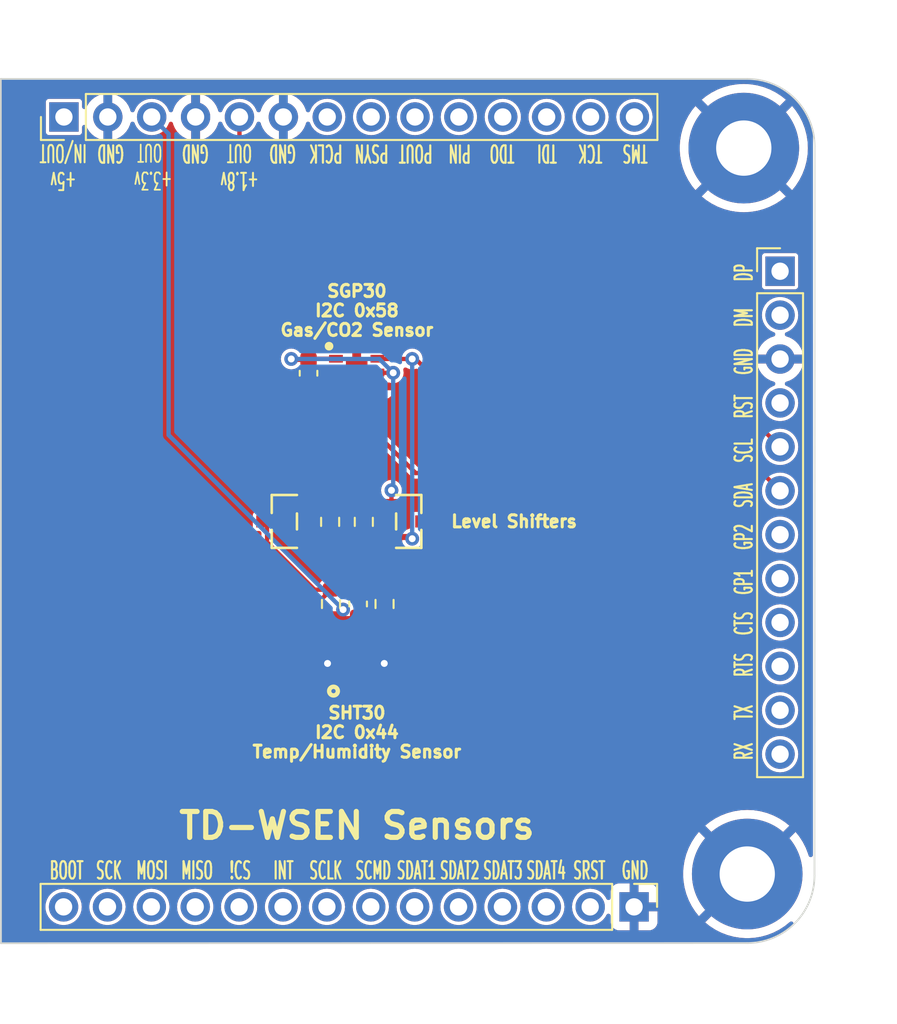
<source format=kicad_pcb>
(kicad_pcb (version 20240108) (generator "pcbnew") (generator_version "8.0")
  (title_block (title "TD-WRLS Sensor hAT") (date "2024-09-02") (rev "1.0") (company "Teledatics Incorporated") (comment 1 "James Ewing"))
  (layers (0 "F.Cu" signal) (31 "B.Cu" signal) (34 "B.Paste" user) (35 "F.Paste" user) (36 "B.SilkS" user "B.Silkscreen") (37 "F.SilkS" user "F.Silkscreen") (38 "B.Mask" user) (39 "F.Mask" user) (44 "Edge.Cuts" user))
  (net 0 "")
  (net 1 "SDIO_DAT0_1v8")
  (net 2 "SPI_MISO")
  (net 3 "MODE")
  (net 4 "SPI_IRQ")
  (net 5 "SPI_MOSI")
  (net 6 "SPI_SCK")
  (net 7 "SDIO_DAT2_1v8")
  (net 8 "SPI_!CS")
  (net 9 "SDIO_CLK_1v8")
  (net 10 "SDIO_CMD_1v8")
  (net 11 "SDIO_DAT1_1v8")
  (net 12 "SDIO_DAT3_1v8")
  (net 13 "SDIO_RESET_1v8")
  (net 14 "~{RESET}")
  (net 15 "JTAG_TCK")
  (net 16 "JTAG_TDI")
  (net 17 "JTAG_TDO")
  (net 18 "JTAG_TMS")
  (net 19 "USB_D-")
  (net 20 "UART_CTS")
  (net 21 "UART_RTS")
  (net 22 "UART_TX")
  (net 23 "I2C_SDA")
  (net 24 "GPIO2")
  (net 25 "GPIO1")
  (net 26 "UART_RX")
  (net 27 "USB_D+")
  (net 28 "I2C_SCL")
  (net 29 "+1V8")
  (net 30 "PCM_CLK_1v8")
  (net 31 "PCM_OUT_1v8")
  (net 32 "PCM_IN_1v8")
  (net 33 "PCM_SYNC_1v8")
  (net 34 "GND")
  (net 35 "+5V")
  (net 36 "+3V3")
  (net 37 "I2C_SDA_3v3")
  (net 38 "I2C_SCL_3v3")
  (footprint "easyeda2kicad:SOT-23-3_L2.9-W1.3-P1.90-LS2.4-BR" (layer "F.Cu") (at 214.257716 103.15 180)
    (property "Reference" "Q2")
    (property "Value" "BSS138_C400505")
    (fp_line (start 0.73 1.53) (end -0.73 1.53) (stroke (width 0.15)) (layer "F.SilkS"))
    (fp_line (start 0.73 -0.46) (end 0.73 0.46) (stroke (width 0.15)) (layer "F.SilkS"))
    (fp_line (start 0.73 -1.53) (end -0.73 -1.53) (stroke (width 0.15)) (layer "F.SilkS"))
    (fp_line (start -0.73 1.53) (end -0.73 0.49) (stroke (width 0.15)) (layer "F.SilkS"))
    (fp_line (start -0.73 -1.53) (end -0.73 -0.49) (stroke (width 0.15)) (layer "F.SilkS"))
    (pad "1" smd rect (at 1 0.95 180) (size 1.25 0.7) (layers "F.Cu" "F.Paste" "F.Mask") (net 29 "+1V8"))
    (pad "2" smd rect (at 1 -0.95 180) (size 1.25 0.7) (layers "F.Cu" "F.Paste" "F.Mask") (net 28 "I2C_SCL"))
    (pad "3" smd rect (at -1 0 180) (size 1.25 0.7) (layers "F.Cu" "F.Paste" "F.Mask") (net 38 "I2C_SCL_3v3"))
  )
  (footprint "Sensor:SON50P250X250X100-9N-D" (layer "F.Cu") (at 211.302716 111.366 90)
    (property "Reference" "U1")
    (property "Value" "SHT30-DIS" (hide yes))
    (fp_circle (center -1.6 -1.4) (end -1.475 -1.4) (stroke (width 0.254)) (fill none) (layer "F.SilkS"))
    (pad "1" smd rect (at -1.2 -0.75 180) (size 0.3 0.8) (layers "F.Cu" "F.Paste" "F.Mask") (net 37 "I2C_SDA_3v3"))
    (pad "2" smd rect (at -1.2 -0.25 180) (size 0.3 0.8) (layers "F.Cu" "F.Paste" "F.Mask") (net 34 "GND"))
    (pad "3" smd rect (at -1.2 0.25 180) (size 0.3 0.8) (layers "F.Cu" "F.Paste" "F.Mask"))
    (pad "4" smd rect (at -1.2 0.75 180) (size 0.3 0.8) (layers "F.Cu" "F.Paste" "F.Mask") (net 38 "I2C_SCL_3v3"))
    (pad "5" smd rect (at 1.2 0.75 180) (size 0.3 0.8) (layers "F.Cu" "F.Paste" "F.Mask") (net 36 "+3V3"))
    (pad "6" smd rect (at 1.2 0.25 180) (size 0.3 0.8) (layers "F.Cu" "F.Paste" "F.Mask"))
    (pad "7" smd rect (at 1.2 -0.25 180) (size 0.3 0.8) (layers "F.Cu" "F.Paste" "F.Mask") (net 34 "GND"))
    (pad "8" smd rect (at 1.2 -0.75 180) (size 0.3 0.8) (layers "F.Cu" "F.Paste" "F.Mask") (net 34 "GND"))
    (pad "9" smd rect (at 0 0 90) (size 1.2 1.9) (layers "F.Cu" "F.Paste" "F.Mask") (net 34 "GND"))
  )
  (footprint "Capacitor_SMD:C_0603_1608Metric" (layer "F.Cu") (at 211.327716 107.925 -90)
    (property "Reference" "C2")
    (property "Value" "100nF")
    (fp_line (start -0.14058 0.51) (end 0.14058 0.51) (stroke (width 0.12)) (layer "F.SilkS"))
    (fp_line (start -0.14058 -0.51) (end 0.14058 -0.51) (stroke (width 0.12)) (layer "F.SilkS"))
    (pad "1" smd roundrect (at -0.775 0 270) (size 0.9 0.95) (layers "F.Cu" "F.Paste" "F.Mask") (net 34 "GND"))
    (pad "2" smd roundrect (at 0.775 0 270) (size 0.9 0.95) (layers "F.Cu" "F.Paste" "F.Mask") (net 36 "+3V3"))
  )
  (footprint "easyeda2kicad:SOT-23-3_L2.9-W1.3-P1.90-LS2.4-BR" (layer "F.Cu") (at 207.057716 103.15)
    (property "Reference" "Q1")
    (property "Value" "BSS138_C400505")
    (fp_line (start -0.73 -1.53) (end -0.73 -0.49) (stroke (width 0.15)) (layer "F.SilkS"))
    (fp_line (start -0.73 1.53) (end -0.73 0.49) (stroke (width 0.15)) (layer "F.SilkS"))
    (fp_line (start 0.73 -1.53) (end -0.73 -1.53) (stroke (width 0.15)) (layer "F.SilkS"))
    (fp_line (start 0.73 -0.46) (end 0.73 0.46) (stroke (width 0.15)) (layer "F.SilkS"))
    (fp_line (start 0.73 1.53) (end -0.73 1.53) (stroke (width 0.15)) (layer "F.SilkS"))
    (pad "1" smd rect (at 1 0.95) (size 1.25 0.7) (layers "F.Cu" "F.Paste" "F.Mask") (net 29 "+1V8"))
    (pad "2" smd rect (at 1 -0.95) (size 1.25 0.7) (layers "F.Cu" "F.Paste" "F.Mask") (net 23 "I2C_SDA"))
    (pad "3" smd rect (at -1 0) (size 1.25 0.7) (layers "F.Cu" "F.Paste" "F.Mask") (net 37 "I2C_SDA_3v3"))
  )
  (footprint "Resistor_SMD:R_0603_1608Metric" (layer "F.Cu") (at 211.657716 103.175 90)
    (property "Reference" "R4")
    (property "Value" "10K")
    (fp_line (start -0.237258 -0.5225) (end 0.237258 -0.5225) (stroke (width 0.12)) (layer "F.SilkS"))
    (fp_line (start -0.237258 0.5225) (end 0.237258 0.5225) (stroke (width 0.12)) (layer "F.SilkS"))
    (pad "1" smd roundrect (at -0.825 0 90) (size 0.8 0.95) (layers "F.Cu" "F.Paste" "F.Mask") (net 28 "I2C_SCL"))
    (pad "2" smd roundrect (at 0.825 0 90) (size 0.8 0.95) (layers "F.Cu" "F.Paste" "F.Mask") (net 29 "+1V8"))
  )
  (footprint "Capacitor_SMD:C_0603_1608Metric" (layer "F.Cu") (at 208.457716 94.575 90)
    (property "Reference" "C1")
    (property "Value" "100nF")
    (fp_line (start -0.14058 -0.51) (end 0.14058 -0.51) (stroke (width 0.12)) (layer "F.SilkS"))
    (fp_line (start -0.14058 0.51) (end 0.14058 0.51) (stroke (width 0.12)) (layer "F.SilkS"))
    (pad "1" smd roundrect (at -0.775 0 90) (size 0.9 0.95) (layers "F.Cu" "F.Paste" "F.Mask") (net 34 "GND"))
    (pad "2" smd roundrect (at 0.775 0 90) (size 0.9 0.95) (layers "F.Cu" "F.Paste" "F.Mask") (net 29 "+1V8"))
  )
  (footprint "Connector_PinHeader_2.54mm:PinHeader_1x14_P2.54mm_Vertical" (layer "F.Cu") (at 194.3 79.75 90)
    (property "Reference" "J3")
    (property "Value" "Conn_01x14_Male")
    (fp_line (start -1.33 -1.33) (end 0 -1.33) (stroke (width 0.12)) (layer "F.SilkS"))
    (fp_line (start -1.33 0) (end -1.33 -1.33) (stroke (width 0.12)) (layer "F.SilkS"))
    (fp_line (start 1.33 1.27) (end 1.33 34.35) (stroke (width 0.12)) (layer "F.SilkS"))
    (fp_line (start -1.33 1.27) (end 1.33 1.27) (stroke (width 0.12)) (layer "F.SilkS"))
    (fp_line (start -1.33 1.27) (end -1.33 34.35) (stroke (width 0.12)) (layer "F.SilkS"))
    (fp_line (start -1.33 34.35) (end 1.33 34.35) (stroke (width 0.12)) (layer "F.SilkS"))
    (pad "1" thru_hole rect (at 0 0 90) (size 1.7 1.7) (drill 1) (layers "*.Cu" "*.Mask") (net 35 "+5V"))
    (pad "2" thru_hole oval (at 0 2.54 90) (size 1.7 1.7) (drill 1) (layers "*.Cu" "*.Mask") (net 34 "GND"))
    (pad "3" thru_hole oval (at 0 5.08 90) (size 1.7 1.7) (drill 1) (layers "*.Cu" "*.Mask") (net 36 "+3V3"))
    (pad "4" thru_hole oval (at 0 7.62 90) (size 1.7 1.7) (drill 1) (layers "*.Cu" "*.Mask") (net 34 "GND"))
    (pad "5" thru_hole oval (at 0 10.16 90) (size 1.7 1.7) (drill 1) (layers "*.Cu" "*.Mask") (net 29 "+1V8"))
    (pad "6" thru_hole oval (at 0 12.7 90) (size 1.7 1.7) (drill 1) (layers "*.Cu" "*.Mask") (net 34 "GND"))
    (pad "7" thru_hole oval (at 0 15.24 90) (size 1.7 1.7) (drill 1) (layers "*.Cu" "*.Mask") (net 30 "PCM_CLK_1v8"))
    (pad "8" thru_hole oval (at 0 17.78 90) (size 1.7 1.7) (drill 1) (layers "*.Cu" "*.Mask") (net 33 "PCM_SYNC_1v8"))
    (pad "9" thru_hole oval (at 0 20.32 90) (size 1.7 1.7) (drill 1) (layers "*.Cu" "*.Mask") (net 31 "PCM_OUT_1v8"))
    (pad "10" thru_hole oval (at 0 22.86 90) (size 1.7 1.7) (drill 1) (layers "*.Cu" "*.Mask") (net 32 "PCM_IN_1v8"))
    (pad "11" thru_hole oval (at 0 25.4 90) (size 1.7 1.7) (drill 1) (layers "*.Cu" "*.Mask") (net 17 "JTAG_TDO"))
    (pad "12" thru_hole oval (at 0 27.94 90) (size 1.7 1.7) (drill 1) (layers "*.Cu" "*.Mask") (net 16 "JTAG_TDI"))
    (pad "13" thru_hole oval (at 0 30.48 90) (size 1.7 1.7) (drill 1) (layers "*.Cu" "*.Mask") (net 15 "JTAG_TCK"))
    (pad "14" thru_hole oval (at 0 33.02 90) (size 1.7 1.7) (drill 1) (layers "*.Cu" "*.Mask") (net 18 "JTAG_TMS"))
  )
  (footprint "Sensor:SON80P245X245X90-7N" (layer "F.Cu") (at 211.244716 94.536)
    (property "Reference" "IC1")
    (property "Value" "SGP30-2.5k" (hide yes))
    (fp_circle (center -1.6 -1.525) (end -1.6 -1.4) (stroke (width 0.25)) (fill none) (layer "F.SilkS"))
    (pad "1" smd rect (at -1.2 -0.8 90) (size 0.45 0.8) (layers "F.Cu" "F.Paste" "F.Mask") (net 29 "+1V8"))
    (pad "2" smd rect (at -1.2 0 90) (size 0.45 0.8) (layers "F.Cu" "F.Paste" "F.Mask") (net 34 "GND"))
    (pad "3" smd rect (at -1.2 0.8 90) (size 0.45 0.8) (layers "F.Cu" "F.Paste" "F.Mask") (net 23 "I2C_SDA"))
    (pad "4" smd rect (at 1.2 0.8 90) (size 0.45 0.8) (layers "F.Cu" "F.Paste" "F.Mask") (net 34 "GND"))
    (pad "5" smd rect (at 1.2 0 90) (size 0.45 0.8) (layers "F.Cu" "F.Paste" "F.Mask") (net 29 "+1V8"))
    (pad "6" smd rect (at 1.2 -0.8 90) (size 0.45 0.8) (layers "F.Cu" "F.Paste" "F.Mask") (net 28 "I2C_SCL"))
    (pad "7" smd rect (at 0 0) (size 1.25 1.7) (layers "F.Cu" "F.Paste" "F.Mask") (net 34 "GND"))
  )
  (footprint "MountingHole:MountingHole_3.2mm_M3_Pad" (layer "F.Cu") (at 233.85 123.55)
    (property "Reference" "H2")
    (property "Value" "MountingHole")
    (pad "1" thru_hole circle (at 0 0) (size 6.4 6.4) (drill 3.2) (layers "*.Cu" "*.Mask") (net 34 "GND"))
  )
  (footprint "MountingHole:MountingHole_3.2mm_M3_Pad" (layer "F.Cu") (at 233.65 81.55)
    (property "Reference" "H1")
    (property "Value" "MountingHole")
    (pad "1" thru_hole circle (at 0 0) (size 6.4 6.4) (drill 3.2) (layers "*.Cu" "*.Mask") (net 34 "GND"))
  )
  (footprint "Resistor_SMD:R_0603_1608Metric" (layer "F.Cu") (at 212.857716 107.925 90)
    (property "Reference" "R1")
    (property "Value" "10K")
    (fp_line (start -0.237258 -0.5225) (end 0.237258 -0.5225) (stroke (width 0.12)) (layer "F.SilkS"))
    (fp_line (start -0.237258 0.5225) (end 0.237258 0.5225) (stroke (width 0.12)) (layer "F.SilkS"))
    (pad "1" smd roundrect (at -0.825 0 90) (size 0.8 0.95) (layers "F.Cu" "F.Paste" "F.Mask") (net 36 "+3V3"))
    (pad "2" smd roundrect (at 0.825 0 90) (size 0.8 0.95) (layers "F.Cu" "F.Paste" "F.Mask") (net 38 "I2C_SCL_3v3"))
  )
  (footprint "Connector_PinHeader_2.54mm:PinHeader_1x12_P2.54mm_Vertical" (layer "F.Cu") (at 235.75 88.675)
    (property "Reference" "J2")
    (property "Value" "Conn_01x12_Male")
    (fp_line (start -1.33 -1.33) (end 0 -1.33) (stroke (width 0.12)) (layer "F.SilkS"))
    (fp_line (start -1.33 0) (end -1.33 -1.33) (stroke (width 0.12)) (layer "F.SilkS"))
    (fp_line (start -1.33 1.27) (end -1.33 29.27) (stroke (width 0.12)) (layer "F.SilkS"))
    (fp_line (start -1.33 1.27) (end 1.33 1.27) (stroke (width 0.12)) (layer "F.SilkS"))
    (fp_line (start -1.33 29.27) (end 1.33 29.27) (stroke (width 0.12)) (layer "F.SilkS"))
    (fp_line (start 1.33 1.27) (end 1.33 29.27) (stroke (width 0.12)) (layer "F.SilkS"))
    (pad "1" thru_hole rect (at 0 0) (size 1.7 1.7) (drill 1) (layers "*.Cu" "*.Mask") (net 27 "USB_D+"))
    (pad "2" thru_hole oval (at 0 2.54) (size 1.7 1.7) (drill 1) (layers "*.Cu" "*.Mask") (net 19 "USB_D-"))
    (pad "3" thru_hole oval (at 0 5.08) (size 1.7 1.7) (drill 1) (layers "*.Cu" "*.Mask") (net 34 "GND"))
    (pad "4" thru_hole oval (at 0 7.62) (size 1.7 1.7) (drill 1) (layers "*.Cu" "*.Mask") (net 14 "~{RESET}"))
    (pad "5" thru_hole oval (at 0 10.16) (size 1.7 1.7) (drill 1) (layers "*.Cu" "*.Mask") (net 28 "I2C_SCL"))
    (pad "6" thru_hole oval (at 0 12.7) (size 1.7 1.7) (drill 1) (layers "*.Cu" "*.Mask") (net 23 "I2C_SDA"))
    (pad "7" thru_hole oval (at 0 15.24) (size 1.7 1.7) (drill 1) (layers "*.Cu" "*.Mask") (net 24 "GPIO2"))
    (pad "8" thru_hole oval (at 0 17.78) (size 1.7 1.7) (drill 1) (layers "*.Cu" "*.Mask") (net 25 "GPIO1"))
    (pad "9" thru_hole oval (at 0 20.32) (size 1.7 1.7) (drill 1) (layers "*.Cu" "*.Mask") (net 20 "UART_CTS"))
    (pad "10" thru_hole oval (at 0 22.86) (size 1.7 1.7) (drill 1) (layers "*.Cu" "*.Mask") (net 21 "UART_RTS"))
    (pad "11" thru_hole oval (at 0 25.4) (size 1.7 1.7) (drill 1) (layers "*.Cu" "*.Mask") (net 22 "UART_TX"))
    (pad "12" thru_hole oval (at 0 27.94) (size 1.7 1.7) (drill 1) (layers "*.Cu" "*.Mask") (net 26 "UART_RX"))
  )
  (footprint "Resistor_SMD:R_0603_1608Metric" (layer "F.Cu") (at 209.757716 107.925 90)
    (property "Reference" "R2")
    (property "Value" "10K")
    (fp_line (start -0.237258 -0.5225) (end 0.237258 -0.5225) (stroke (width 0.12)) (layer "F.SilkS"))
    (fp_line (start -0.237258 0.5225) (end 0.237258 0.5225) (stroke (width 0.12)) (layer "F.SilkS"))
    (pad "1" smd roundrect (at -0.825 0 90) (size 0.8 0.95) (layers "F.Cu" "F.Paste" "F.Mask") (net 36 "+3V3"))
    (pad "2" smd roundrect (at 0.825 0 90) (size 0.8 0.95) (layers "F.Cu" "F.Paste" "F.Mask") (net 37 "I2C_SDA_3v3"))
  )
  (footprint "Connector_PinHeader_2.54mm:PinHeader_1x14_P2.54mm_Vertical" (layer "F.Cu") (at 227.3 125.45 -90)
    (property "Reference" "J1")
    (property "Value" "Conn_01x14_Male")
    (fp_line (start -1.33 34.35) (end 1.33 34.35) (stroke (width 0.12)) (layer "F.SilkS"))
    (fp_line (start -1.33 1.27) (end -1.33 34.35) (stroke (width 0.12)) (layer "F.SilkS"))
    (fp_line (start -1.33 1.27) (end 1.33 1.27) (stroke (width 0.12)) (layer "F.SilkS"))
    (fp_line (start 1.33 1.27) (end 1.33 34.35) (stroke (width 0.12)) (layer "F.SilkS"))
    (fp_line (start -1.33 0) (end -1.33 -1.33) (stroke (width 0.12)) (layer "F.SilkS"))
    (fp_line (start -1.33 -1.33) (end 0 -1.33) (stroke (width 0.12)) (layer "F.SilkS"))
    (pad "1" thru_hole rect (at 0 0 270) (size 1.7 1.7) (drill 1) (layers "*.Cu" "*.Mask") (net 34 "GND"))
    (pad "2" thru_hole oval (at 0 2.54 270) (size 1.7 1.7) (drill 1) (layers "*.Cu" "*.Mask") (net 13 "SDIO_RESET_1v8"))
    (pad "3" thru_hole oval (at 0 5.08 270) (size 1.7 1.7) (drill 1) (layers "*.Cu" "*.Mask") (net 12 "SDIO_DAT3_1v8"))
    (pad "4" thru_hole oval (at 0 7.62 270) (size 1.7 1.7) (drill 1) (layers "*.Cu" "*.Mask") (net 7 "SDIO_DAT2_1v8"))
    (pad "5" thru_hole oval (at 0 10.16 270) (size 1.7 1.7) (drill 1) (layers "*.Cu" "*.Mask") (net 11 "SDIO_DAT1_1v8"))
    (pad "6" thru_hole oval (at 0 12.7 270) (size 1.7 1.7) (drill 1) (layers "*.Cu" "*.Mask") (net 1 "SDIO_DAT0_1v8"))
    (pad "7" thru_hole oval (at 0 15.24 270) (size 1.7 1.7) (drill 1) (layers "*.Cu" "*.Mask") (net 10 "SDIO_CMD_1v8"))
    (pad "8" thru_hole oval (at 0 17.78 270) (size 1.7 1.7) (drill 1) (layers "*.Cu" "*.Mask") (net 9 "SDIO_CLK_1v8"))
    (pad "9" thru_hole oval (at 0 20.32 270) (size 1.7 1.7) (drill 1) (layers "*.Cu" "*.Mask") (net 4 "SPI_IRQ"))
    (pad "10" thru_hole oval (at 0 22.86 270) (size 1.7 1.7) (drill 1) (layers "*.Cu" "*.Mask") (net 8 "SPI_!CS"))
    (pad "11" thru_hole oval (at 0 25.4 270) (size 1.7 1.7) (drill 1) (layers "*.Cu" "*.Mask") (net 2 "SPI_MISO"))
    (pad "12" thru_hole oval (at 0 27.94 270) (size 1.7 1.7) (drill 1) (layers "*.Cu" "*.Mask") (net 5 "SPI_MOSI"))
    (pad "13" thru_hole oval (at 0 30.48 270) (size 1.7 1.7) (drill 1) (layers "*.Cu" "*.Mask") (net 6 "SPI_SCK"))
    (pad "14" thru_hole oval (at 0 33.02 270) (size 1.7 1.7) (drill 1) (layers "*.Cu" "*.Mask") (net 3 "MODE"))
  )
  (footprint "Resistor_SMD:R_0603_1608Metric" (layer "F.Cu") (at 209.707716 103.175 -90)
    (property "Reference" "R3")
    (property "Value" "10K")
    (fp_line (start -0.237258 0.5225) (end 0.237258 0.5225) (stroke (width 0.12)) (layer "F.SilkS"))
    (fp_line (start -0.237258 -0.5225) (end 0.237258 -0.5225) (stroke (width 0.12)) (layer "F.SilkS"))
    (pad "1" smd roundrect (at -0.825 0 270) (size 0.8 0.95) (layers "F.Cu" "F.Paste" "F.Mask") (net 23 "I2C_SDA"))
    (pad "2" smd roundrect (at 0.825 0 270) (size 0.8 0.95) (layers "F.Cu" "F.Paste" "F.Mask") (net 29 "+1V8"))
  )
  (footprint "teledatics:teledatics_logo_kicad_footprint" (layer "F.Cu") (at 208.864169 102.373282 90)
    (property "Reference" "G***")
    (property "Value" "LOGO" (hide yes))
  )
  (gr_line (start 233.842284 127.542284) (end 190.657716 127.55) (stroke (width 0.1)) (layer "Edge.Cuts"))
  (gr_line (start 190.65 77.55) (end 233.85 77.55) (stroke (width 0.1)) (layer "Edge.Cuts"))
  (gr_arc (start 237.742284 123.642284) (mid 236.6 126.4) (end 233.842284 127.542284) (stroke (width 0.1)) (layer "Edge.Cuts"))
  (gr_arc (start 233.85 77.55) (mid 236.607716 78.692284) (end 237.75 81.45) (stroke (width 0.1)) (layer "Edge.Cuts"))
  (gr_line (start 190.657716 127.55) (end 190.65 77.55) (stroke (width 0.1)) (layer "Edge.Cuts"))
  (gr_line (start 237.75 81.45) (end 237.742284 123.642284) (stroke (width 0.1)) (layer "Edge.Cuts"))
  (gr_text "+5v\nIN/OUT" (at 194.257716 82.633035 180) (layer "F.SilkS") (effects (font (size 1 0.5) (thickness 0.1125))))
  (gr_text "INT" (at 207.007716 123.35 0) (layer "F.SilkS") (effects (font (size 1 0.5) (thickness 0.125))))
  (gr_text "TMS" (at 227.357716 81.85 180) (layer "F.SilkS") (effects (font (size 1 0.5) (thickness 0.125))))
  (gr_text "PSYN" (at 212.107716 81.85 180) (layer "F.SilkS") (effects (font (size 1 0.5) (thickness 0.125))))
  (gr_text "GP1" (at 233.657716 106.65 90) (layer "F.SilkS") (effects (font (size 1 0.5) (thickness 0.125))))
  (gr_text "TD-WSEN Sensors" (at 211.257716 120.75 0) (layer "F.SilkS") (effects (font (size 1.5 1.5) (thickness 0.3))))
  (gr_text "PIN" (at 217.207716 81.85 180) (layer "F.SilkS") (effects (font (size 1 0.5) (thickness 0.125))))
  (gr_text "TDI" (at 222.257716 81.85 180) (layer "F.SilkS") (effects (font (size 1 0.5) (thickness 0.125))))
  (gr_text "+3.3v\n OUT" (at 199.457716 82.611097 180) (layer "F.SilkS") (effects (font (size 1 0.5) (thickness 0.1))))
  (gr_text "TX" (at 233.657716 114.2 90) (layer "F.SilkS") (effects (font (size 1 0.5) (thickness 0.125))))
  (gr_text "SCLK" (at 209.457716 123.35 0) (layer "F.SilkS") (effects (font (size 1 0.5) (thickness 0.125))))
  (gr_text "TCK" (at 224.757716 81.85 180) (layer "F.SilkS") (effects (font (size 1 0.5) (thickness 0.125))))
  (gr_text "DM" (at 233.657716 91.35 90) (layer "F.SilkS") (effects (font (size 1 0.5) (thickness 0.125))))
  (gr_text "RX" (at 233.657716 116.45 90) (layer "F.SilkS") (effects (font (size 1 0.5) (thickness 0.125))))
  (gr_text "SCK" (at 196.907716 123.35 0) (layer "F.SilkS") (effects (font (size 1 0.5) (thickness 0.125))))
  (gr_text "Level Shifters" (at 220.357716 103.15 0) (layer "F.SilkS") (effects (font (size 0.7 0.7) (thickness 0.175))))
  (gr_text "SDA" (at 233.657716 101.65 90) (layer "F.SilkS") (effects (font (size 1 0.5) (thickness 0.125))))
  (gr_text "+1.8v\nOUT" (at 204.457716 82.633035 180) (layer "F.SilkS") (effects (font (size 1 0.5) (thickness 0.1125))))
  (gr_text "TDO" (at 219.657716 81.85 180) (layer "F.SilkS") (effects (font (size 1 0.5) (thickness 0.125))))
  (gr_text "POUT" (at 214.657716 81.85 180) (layer "F.SilkS") (effects (font (size 1 0.5) (thickness 0.125))))
  (gr_text "CTS" (at 233.657716 109.05 90) (layer "F.SilkS") (effects (font (size 1 0.5) (thickness 0.125))))
  (gr_text "SCMD" (at 212.207716 123.35 0) (layer "F.SilkS") (effects (font (size 1 0.5) (thickness 0.125))))
  (gr_text "RTS" (at 233.657716 111.45 90) (layer "F.SilkS") (effects (font (size 1 0.5) (thickness 0.125))))
  (gr_text "GP2" (at 233.657716 104.05 90) (layer "F.SilkS") (effects (font (size 1 0.5) (thickness 0.125))))
  (gr_text "GND" (at 197.007716 81.85 180) (layer "F.SilkS") (effects (font (size 1 0.5) (thickness 0.125))))
  (gr_text "SDAT4" (at 222.207716 123.35 0) (layer "F.SilkS") (effects (font (size 1 0.5) (thickness 0.125))))
  (gr_text "GND" (at 233.657716 93.9 90) (layer "F.SilkS") (effects (font (size 1 0.5) (thickness 0.125))))
  (gr_text "GND" (at 206.957716 81.85 180) (layer "F.SilkS") (effects (font (size 1 0.5) (thickness 0.125))))
  (gr_text "SCL" (at 233.657716 99.05 90) (layer "F.SilkS") (effects (font (size 1 0.5) (thickness 0.125))))
  (gr_text "SDAT2" (at 217.207716 123.35 0) (layer "F.SilkS") (effects (font (size 1 0.5) (thickness 0.125))))
  (gr_text "SDAT1" (at 214.707716 123.35 0) (layer "F.SilkS") (effects (font (size 1 0.5) (thickness 0.125))))
  (gr_text "RST" (at 233.657716 96.5 90) (layer "F.SilkS") (effects (font (size 1 0.5) (thickness 0.125))))
  (gr_text "SRST" (at 224.707716 123.35 0) (layer "F.SilkS") (effects (font (size 1 0.5) (thickness 0.125))))
  (gr_text "!CS" (at 204.507716 123.35 0) (layer "F.SilkS") (effects (font (size 1 0.5) (thickness 0.125))))
  (gr_text "GND" (at 227.357716 123.35 0) (layer "F.SilkS") (effects (font (size 1 0.5) (thickness 0.125))))
  (gr_text "DP" (at 233.657716 88.75 90) (layer "F.SilkS") (effects (font (size 1 0.5) (thickness 0.125))))
  (gr_text "BOOT" (at 194.457716 123.35 0) (layer "F.SilkS") (effects (font (size 1 0.5) (thickness 0.125))))
  (gr_text "MOSI" (at 199.407716 123.35 0) (layer "F.SilkS") (effects (font (size 1 0.5) (thickness 0.125))))
  (gr_text "MISO" (at 202.007716 123.35 0) (layer "F.SilkS") (effects (font (size 1 0.5) (thickness 0.125))))
  (gr_text "SDAT3" (at 219.707716 123.35 0) (layer "F.SilkS") (effects (font (size 1 0.5) (thickness 0.125))))
  (gr_text "SHT30\nI2C 0x44\nTemp/Humidity Sensor" (at 211.257716 115.35 0) (layer "F.SilkS") (effects (font (size 0.7 0.7) (thickness 0.175))))
  (gr_text "GND" (at 201.907716 81.85 180) (layer "F.SilkS") (effects (font (size 1 0.5) (thickness 0.125))))
  (gr_text "SGP30\nI2C 0x58\nGas/CO2 Sensor\n" (at 211.257716 90.95 0) (layer "F.SilkS") (effects (font (size 0.7 0.7) (thickness 0.175))))
  (gr_text "PCLK" (at 209.457716 81.85 180) (layer "F.SilkS") (effects (font (size 1 0.5) (thickness 0.125))))
  (segment (start 209.707716 102.35) (end 209.557716 102.2) (width 0.25) (layer "F.Cu") (net 23))
  (segment (start 235.75 101.375) (end 234.725 100.35) (width 0.25) (layer "F.Cu") (net 23))
  (segment (start 209.557716 102.2) (end 208.057716 102.2) (width 0.25) (layer "F.Cu") (net 23))
  (segment (start 234.725 100.35) (end 214.657716 100.35) (width 0.25) (layer "F.Cu") (net 23))
  (segment (start 210.044716 95.336) (end 210.044716 102.013) (width 0.25) (layer "F.Cu") (net 23))
  (segment (start 210.057716 95.75) (end 210.057716 95.349) (width 0.25) (layer "F.Cu") (net 23))
  (segment (start 210.044716 102.013) (end 209.707716 102.35) (width 0.25) (layer "F.Cu") (net 23))
  (segment (start 214.657716 100.35) (end 210.057716 95.75) (width 0.25) (layer "F.Cu") (net 23))
  (segment (start 210.057716 95.349) (end 210.044716 95.336) (width 0.25) (layer "F.Cu") (net 23))
  (segment (start 214.457716 93.75) (end 212.458716 93.75) (width 0.25) (layer "F.Cu") (net 28))
  (segment (start 214.457716 93.75) (end 214.657716 93.75) (width 0.25) (layer "F.Cu") (net 28))
  (segment (start 214.307716 104) (end 211.657716 104) (width 0.25) (layer "F.Cu") (net 28))
  (segment (start 214.457716 104.15) (end 214.407716 104.1) (width 0.25) (layer "F.Cu") (net 28))
  (segment (start 214.407716 104.1) (end 213.257716 104.1) (width 0.25) (layer "F.Cu") (net 28))
  (segment (start 212.458716 93.75) (end 212.444716 93.736) (width 0.25) (layer "F.Cu") (net 28))
  (segment (start 218.957716 98.05) (end 234.965 98.05) (width 0.25) (layer "F.Cu") (net 28))
  (segment (start 214.457716 104.15) (end 214.307716 104) (width 0.25) (layer "F.Cu") (net 28))
  (segment (start 214.657716 93.75) (end 218.957716 98.05) (width 0.25) (layer "F.Cu") (net 28))
  (segment (start 234.965 98.05) (end 235.75 98.835) (width 0.25) (layer "F.Cu") (net 28))
  (via (at 214.457716 104.15) (size 0.8) (drill 0.4) (layers "F.Cu" "B.Cu") (net 28))
  (via (at 214.457716 93.75) (size 0.8) (drill 0.4) (layers "F.Cu" "B.Cu") (net 28))
  (segment (start 214.457716 93.75) (end 214.457716 104.15) (width 0.25) (layer "B.Cu") (net 28))
  (segment (start 204.46 79.75) (end 204.46 80.852284) (width 0.25) (layer "F.Cu") (net 29))
  (segment (start 204.46 80.852284) (end 208.457716 84.85) (width 0.25) (layer "F.Cu") (net 29))
  (segment (start 213.357716 94.55) (end 212.458716 94.55) (width 0.25) (layer "F.Cu") (net 29))
  (segment (start 209.707716 104) (end 211.357716 102.35) (width 0.25) (layer "F.Cu") (net 29))
  (segment (start 211.657716 102.35) (end 211.807716 102.2) (width 0.25) (layer "F.Cu") (net 29))
  (segment (start 208.521716 93.736) (end 208.457716 93.8) (width 0.25) (layer "F.Cu") (net 29))
  (segment (start 208.057716 104.1) (end 209.607716 104.1) (width 0.25) (layer "F.Cu") (net 29))
  (segment (start 209.707716 104) (end 210.007716 104) (width 0.25) (layer "F.Cu") (net 29))
  (segment (start 212.458716 94.55) (end 212.444716 94.536) (width 0.25) (layer "F.Cu") (net 29))
  (segment (start 213.257716 101.35) (end 213.257716 102.2) (width 0.25) (layer "F.Cu") (net 29))
  (segment (start 211.807716 102.2) (end 213.257716 102.2) (width 0.25) (layer "F.Cu") (net 29))
  (segment (start 207.507716 93.8) (end 207.457716 93.75) (width 0.25) (layer "F.Cu") (net 29))
  (segment (start 208.457716 93.8) (end 207.507716 93.8) (width 0.25) (layer "F.Cu") (net 29))
  (segment (start 211.357716 102.35) (end 211.657716 102.35) (width 0.25) (layer "F.Cu") (net 29))
  (segment (start 210.044716 93.736) (end 208.521716 93.736) (width 0.25) (layer "F.Cu") (net 29))
  (segment (start 209.607716 104.1) (end 209.707716 104) (width 0.25) (layer "F.Cu") (net 29))
  (segment (start 208.457716 84.85) (end 208.457716 93.8) (width 0.25) (layer "F.Cu") (net 29))
  (via (at 207.457716 93.75) (size 0.8) (drill 0.4) (layers "F.Cu" "B.Cu") (net 29))
  (via (at 213.357716 94.55) (size 0.8) (drill 0.4) (layers "F.Cu" "B.Cu") (net 29))
  (via (at 213.257716 101.35) (size 0.8) (drill 0.4) (layers "F.Cu" "B.Cu") (net 29))
  (segment (start 204.46 79.75) (end 204.46 79.752284) (width 0.25) (layer "B.Cu") (net 29))
  (segment (start 213.357716 94.55) (end 213.357716 101.25) (width 0.25) (layer "B.Cu") (net 29))
  (segment (start 212.557716 93.75) (end 207.457716 93.75) (width 0.25) (layer "B.Cu") (net 29))
  (segment (start 213.357716 101.25) (end 213.257716 101.35) (width 0.25) (layer "B.Cu") (net 29))
  (segment (start 213.357716 94.55) (end 212.557716 93.75) (width 0.25) (layer "B.Cu") (net 29))
  (segment (start 211.057716 111.6) (end 211.307716 111.35) (width 0.25) (layer "F.Cu") (net 34))
  (segment (start 211.057716 111.1) (end 211.307716 111.35) (width 0.25) (layer "F.Cu") (net 34))
  (segment (start 212.841716 111.366) (end 211.302716 111.366) (width 0.25) (layer "F.Cu") (net 34))
  (segment (start 211.057716 110.15) (end 211.057716 111.1) (width 0.25) (layer "F.Cu") (net 34))
  (segment (start 211.057716 112.55) (end 211.057716 111.6) (width 0.25) (layer "F.Cu") (net 34))
  (via (at 209.557716 111.366) (size 0.8) (drill 0.4) (layers "F.Cu" "B.Cu") (net 34))
  (via (at 212.841716 111.366) (size 0.8) (drill 0.4) (layers "F.Cu" "B.Cu") (net 34))
  (segment (start 212.052716 110.166) (end 212.052716 109.555) (width 0.25) (layer "F.Cu") (net 36))
  (segment (start 199.38 79.75) (end 199.38 79.827716) (width 0.25) (layer "F.Cu") (net 36))
  (segment (start 212.052716 109.555) (end 212.857716 108.75) (width 0.25) (layer "F.Cu") (net 36))
  (segment (start 209.957716 108.75) (end 209.757716 108.75) (width 0.25) (layer "F.Cu") (net 36))
  (segment (start 209.757716 108.75) (end 212.857716 108.75) (width 0.25) (layer "F.Cu") (net 36))
  (segment (start 210.457716 108.25) (end 209.957716 108.75) (width 0.25) (layer "F.Cu") (net 36))
  (via (at 210.457716 108.25) (size 0.8) (drill 0.4) (layers "F.Cu" "B.Cu") (net 36))
  (segment (start 200.357716 98.15) (end 200.357716 80.727716) (width 0.25) (layer "B.Cu") (net 36))
  (segment (start 200.357716 80.727716) (end 199.38 79.75) (width 0.25) (layer "B.Cu") (net 36))
  (segment (start 210.457716 108.25) (end 210.357716 108.15) (width 0.25) (layer "B.Cu") (net 36))
  (segment (start 210.457716 108.25) (end 200.357716 98.15) (width 0.25) (layer "B.Cu") (net 36))
  (segment (start 206.057716 104.35) (end 208.807716 107.1) (width 0.25) (layer "F.Cu") (net 37))
  (segment (start 208.757716 112.05) (end 209.273716 112.566) (width 0.25) (layer "F.Cu") (net 37))
  (segment (start 206.057716 103.15) (end 206.057716 104.35) (width 0.25) (layer "F.Cu") (net 37))
  (segment (start 208.807716 107.1) (end 209.757716 107.1) (width 0.25) (layer "F.Cu") (net 37))
  (segment (start 209.757716 107.1) (end 208.757716 108.1) (width 0.25) (layer "F.Cu") (net 37))
  (segment (start 208.757716 108.1) (end 208.757716 112.05) (width 0.25) (layer "F.Cu") (net 37))
  (segment (start 209.273716 112.566) (end 210.552716 112.566) (width 0.25) (layer "F.Cu") (net 37))
  (segment (start 213.757716 111.85) (end 213.041716 112.566) (width 0.25) (layer "F.Cu") (net 38))
  (segment (start 213.041716 112.566) (end 212.052716 112.566) (width 0.25) (layer "F.Cu") (net 38))
  (segment (start 213.757716 108) (end 213.757716 111.85) (width 0.25) (layer "F.Cu") (net 38))
  (segment (start 212.857716 107.1) (end 213.607716 107.1) (width 0.25) (layer "F.Cu") (net 38))
  (segment (start 215.257716 105.45) (end 215.257716 103.15) (width 0.25) (layer "F.Cu") (net 38))
  (segment (start 212.857716 107.1) (end 213.757716 108) (width 0.25) (layer "F.Cu") (net 38))
  (segment (start 213.607716 107.1) (end 215.257716 105.45) (width 0.25) (layer "F.Cu") (net 38))
  (zone (net 34) (net_name "GND") (layers "F&B.Cu") (connect_pads (clearance 0)) (min_thickness 0.254) (fill yes (thermal_gap 0.508) (thermal_bridge_width 0.508))
    (polygon (pts (xy 237.65 127.55) (xy 190.65 127.55) (xy 190.65 77.55) (xy 237.65 77.55)))
  )
)
</source>
